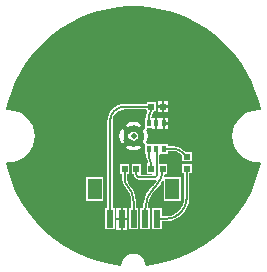
<source format=gtl>
G04*
G04 #@! TF.GenerationSoftware,Altium Limited,Altium Designer,20.2.3 (150)*
G04*
G04 Layer_Physical_Order=1*
G04 Layer_Color=204*
%FSLAX44Y44*%
%MOMM*%
G71*
G04*
G04 #@! TF.SameCoordinates,D726A9E5-FFE7-4BE0-B253-410C82E39F17*
G04*
G04*
G04 #@! TF.FilePolarity,Positive*
G04*
G01*
G75*
%ADD10C,0.2000*%
%ADD13R,0.5000X0.6000*%
%ADD14R,0.6000X0.5000*%
%ADD15R,1.2000X1.8000*%
%ADD16R,0.6000X1.5500*%
%ADD24C,0.1500*%
%ADD25R,0.4000X0.6000*%
%ADD26R,0.1000X0.1000*%
%ADD27C,0.5000*%
%ADD28C,0.6000*%
G36*
X-0Y110000D02*
X0Y110000D01*
X4322D01*
X12939Y109322D01*
X21477Y107970D01*
X29881Y105952D01*
X38102Y103281D01*
X46088Y99973D01*
X53790Y96049D01*
X61160Y91532D01*
X68153Y86452D01*
X74726Y80838D01*
X80838Y74726D01*
X86452Y68153D01*
X91532Y61160D01*
X96049Y53790D01*
X99973Y46088D01*
X103281Y38102D01*
X105952Y29881D01*
X107643Y22837D01*
X106809Y21879D01*
X105524Y22006D01*
X101231Y21583D01*
X97102Y20331D01*
X93298Y18297D01*
X89963Y15560D01*
X87227Y12226D01*
X85193Y8421D01*
X83941Y4293D01*
X83518Y0D01*
X83941Y-4293D01*
X85193Y-8421D01*
X87227Y-12226D01*
X89963Y-15560D01*
X93298Y-18297D01*
X97102Y-20331D01*
X101231Y-21583D01*
X105524Y-22006D01*
X106768Y-21883D01*
X107622Y-22823D01*
X106969Y-26182D01*
X103966Y-36317D01*
X100006Y-46117D01*
X95124Y-55492D01*
X89365Y-64356D01*
X82784Y-72628D01*
X75440Y-80230D01*
X67400Y-87093D01*
X58740Y-93153D01*
X49539Y-98356D01*
X39882Y-102652D01*
X29857Y-106003D01*
X19556Y-108377D01*
X10244Y-109599D01*
X9938Y-107272D01*
X8910Y-104791D01*
X7275Y-102660D01*
X5144Y-101025D01*
X2663Y-99997D01*
X0Y-99647D01*
X-2662Y-99997D01*
X-5144Y-101025D01*
X-7274Y-102660D01*
X-8909Y-104791D01*
X-9937Y-107272D01*
X-10244Y-109599D01*
X-19556Y-108377D01*
X-29856Y-106003D01*
X-39881Y-102652D01*
X-49539Y-98356D01*
X-58740Y-93153D01*
X-67400Y-87093D01*
X-75440Y-80230D01*
X-82784Y-72628D01*
X-89365Y-64357D01*
X-95124Y-55493D01*
X-100006Y-46117D01*
X-103966Y-36317D01*
X-106969Y-26182D01*
X-107622Y-22823D01*
X-106768Y-21883D01*
X-105524Y-22006D01*
X-101231Y-21583D01*
X-97103Y-20331D01*
X-93298Y-18297D01*
X-89963Y-15560D01*
X-87227Y-12226D01*
X-85193Y-8421D01*
X-83941Y-4293D01*
X-83518Y0D01*
X-83941Y4293D01*
X-85193Y8421D01*
X-87227Y12226D01*
X-89963Y15560D01*
X-93298Y18297D01*
X-97103Y20331D01*
X-101231Y21583D01*
X-105524Y22006D01*
X-106809Y21879D01*
X-107643Y22837D01*
X-105952Y29881D01*
X-103281Y38102D01*
X-99973Y46088D01*
X-96049Y53790D01*
X-91532Y61160D01*
X-86452Y68153D01*
X-80838Y74726D01*
X-74726Y80838D01*
X-68153Y86452D01*
X-61160Y91532D01*
X-53790Y96049D01*
X-46088Y99973D01*
X-38102Y103281D01*
X-29881Y105952D01*
X-21477Y107970D01*
X-12939Y109322D01*
X-4322Y110000D01*
X-0D01*
X-0Y110000D01*
D02*
G37*
%LPC*%
G36*
X18700Y29200D02*
X11300D01*
Y27243D01*
X-7197D01*
Y27273D01*
X-10138Y26983D01*
X-12966Y26125D01*
X-15572Y24732D01*
X-17850Y22863D01*
X-17857Y22857D01*
X-19732Y20572D01*
X-21125Y17966D01*
X-21983Y15138D01*
X-22273Y12197D01*
X-22243D01*
Y-61050D01*
X-24200D01*
Y-78950D01*
X-15800D01*
Y-61050D01*
X-17757D01*
Y12197D01*
X-17761Y12216D01*
X-17403Y14932D01*
X-16348Y17480D01*
X-14681Y19653D01*
X-14664Y19664D01*
X-14662Y19667D01*
X-14658Y19670D01*
X-14649Y19684D01*
X-12480Y21348D01*
X-9932Y22403D01*
X-7216Y22761D01*
X-7197Y22757D01*
X10402D01*
X11300Y21859D01*
X11300Y20800D01*
X11546Y19530D01*
X10876Y18526D01*
X10440Y16336D01*
X10507D01*
Y14950D01*
X9550D01*
Y7126D01*
X9533Y6531D01*
X8721Y5623D01*
X8445Y5509D01*
X8001Y4437D01*
X8246Y3845D01*
X8140Y3796D01*
X8742Y2342D01*
X9050Y0D01*
X8742Y-2342D01*
X8140Y-3796D01*
X8246Y-3845D01*
X8001Y-4437D01*
X8445Y-5509D01*
X8721Y-5623D01*
X9533Y-6531D01*
X9550Y-7126D01*
Y-14950D01*
X10762D01*
Y-17586D01*
X10695D01*
X11111Y-19679D01*
X12297Y-21453D01*
X12297Y-21453D01*
X12677Y-22151D01*
X12627Y-22345D01*
X11743Y-23300D01*
X11300D01*
Y-31700D01*
X15743D01*
X16254Y-32970D01*
X16211Y-33012D01*
X6289D01*
X6232Y-32957D01*
X6200Y-31700D01*
X6200Y-31700D01*
Y-23300D01*
X-1200D01*
Y-31700D01*
X-476D01*
X463Y-32500D01*
X808Y-34236D01*
X1792Y-35708D01*
X3264Y-36692D01*
X5000Y-37037D01*
Y-36988D01*
X17500D01*
Y-37037D01*
X18269Y-36884D01*
X19593Y-37803D01*
X19676Y-38272D01*
X17417Y-41025D01*
X17407Y-41031D01*
X16094Y-42344D01*
X16061Y-42311D01*
X13244Y-45609D01*
X10978Y-49307D01*
X9318Y-53315D01*
X8305Y-57532D01*
X8028Y-61050D01*
X5800D01*
Y-78950D01*
X14200D01*
Y-61050D01*
X12988D01*
X12135Y-60109D01*
X12418Y-57244D01*
X13763Y-52809D01*
X15948Y-48721D01*
X18835Y-45203D01*
X18906Y-45156D01*
X20219Y-43843D01*
X20271Y-43895D01*
X23154Y-40381D01*
X24530Y-37807D01*
X25800Y-38125D01*
Y-54950D01*
X40200D01*
Y-34550D01*
X26916D01*
X26159Y-33530D01*
X26616Y-32023D01*
X26648Y-31700D01*
X28700D01*
Y-23300D01*
X21988D01*
Y-15987D01*
X22550Y-14950D01*
X23720Y-14950D01*
X28950D01*
Y-12738D01*
X33477D01*
Y-12745D01*
X35943Y-13070D01*
X38241Y-14022D01*
X40209Y-15532D01*
X40214Y-15536D01*
X40800Y-16563D01*
Y-21200D01*
X49200D01*
Y-13800D01*
X44112D01*
X43031Y-12719D01*
X43086Y-12664D01*
X42098Y-11906D01*
X40272Y-10504D01*
X36994Y-9147D01*
X33477Y-8684D01*
Y-8762D01*
X28950D01*
Y-6550D01*
X22550Y-6550D01*
X21280Y-6550D01*
X16050D01*
Y-6550D01*
X15950D01*
Y-6550D01*
X11206D01*
X11206Y-6550D01*
X11070Y-6219D01*
X10795Y-5034D01*
Y-5034D01*
X10795Y-5034D01*
X11594Y-3106D01*
X12003Y0D01*
X11594Y3106D01*
X10795Y5034D01*
X10795Y5034D01*
Y5034D01*
X11070Y6219D01*
X11206Y6550D01*
X11206Y6550D01*
X15750D01*
Y6250D01*
X18250D01*
Y10750D01*
Y15250D01*
X15819D01*
X15081Y16243D01*
X15395Y17105D01*
X15395Y17105D01*
X16825Y19244D01*
X17134Y20800D01*
X18700D01*
Y29200D01*
D02*
G37*
G36*
X29000Y29500D02*
X26000D01*
Y26000D01*
X29000D01*
Y29500D01*
D02*
G37*
G36*
X24000D02*
X21000D01*
Y26000D01*
X24000D01*
Y29500D01*
D02*
G37*
G36*
X29000Y24000D02*
X26000D01*
Y20500D01*
X29000D01*
Y24000D01*
D02*
G37*
G36*
X24000D02*
X21000D01*
Y20500D01*
X24000D01*
Y24000D01*
D02*
G37*
G36*
X26750Y15250D02*
Y11750D01*
X29250D01*
Y15250D01*
X26750D01*
D02*
G37*
G36*
X0Y12003D02*
X-3106Y11594D01*
X-5034Y10795D01*
X-5034Y10795D01*
X-5509Y10588D01*
X-5953Y9516D01*
X-5509Y8445D01*
X-4437Y8001D01*
X-3845Y8246D01*
X-3796Y8140D01*
X-2342Y8742D01*
X0Y9050D01*
X2342Y8742D01*
X3796Y8140D01*
X3845Y8246D01*
X4437Y8001D01*
X5509Y8445D01*
X5953Y9516D01*
X5509Y10588D01*
X5034Y10795D01*
X5034Y10795D01*
X3106Y11594D01*
X0Y12003D01*
D02*
G37*
G36*
X29250Y9750D02*
X26750D01*
Y6250D01*
X29250D01*
Y9750D01*
D02*
G37*
G36*
X20250Y15250D02*
Y10750D01*
Y6250D01*
X24750D01*
Y10750D01*
Y15250D01*
X20250D01*
D02*
G37*
G36*
X0Y3772D02*
X-1444Y3485D01*
X-2668Y2668D01*
X-2722Y2585D01*
X-3750Y2000D01*
X-4750D01*
Y0D01*
Y-2000D01*
X-3750D01*
X-2722Y-2585D01*
X-2668Y-2668D01*
X-1444Y-3485D01*
X0Y-3772D01*
X1444Y-3485D01*
X2668Y-2668D01*
X3485Y-1444D01*
X3772Y0D01*
X3485Y1444D01*
X2668Y2668D01*
X1444Y3485D01*
X0Y3772D01*
D02*
G37*
G36*
X-9516Y5953D02*
X-10588Y5509D01*
X-10795Y5034D01*
X-10795Y5034D01*
X-11594Y3106D01*
X-12003Y0D01*
X-11594Y-3106D01*
X-10795Y-5034D01*
X-10795Y-5034D01*
X-10588Y-5509D01*
X-9516Y-5953D01*
X-8445Y-5509D01*
X-8001Y-4437D01*
X-8246Y-3845D01*
X-8140Y-3796D01*
X-8484Y-2966D01*
X-7894Y-2381D01*
X-7971Y-2122D01*
X-8071Y-1705D01*
X-8149Y-1283D01*
X-8205Y-857D01*
X-8239Y-429D01*
X-8250Y0D01*
Y100D01*
X-8239Y524D01*
X-8206Y947D01*
X-8150Y1367D01*
X-8073Y1784D01*
X-7974Y2196D01*
X-7914Y2401D01*
X-8484Y2966D01*
X-8140Y3796D01*
X-8246Y3845D01*
X-8001Y4437D01*
X-8445Y5509D01*
X-9516Y5953D01*
D02*
G37*
G36*
X4437Y-8001D02*
X3845Y-8246D01*
X3796Y-8140D01*
X2342Y-8742D01*
X0Y-9050D01*
X-2342Y-8742D01*
X-3796Y-8140D01*
X-3845Y-8246D01*
X-4437Y-8001D01*
X-5509Y-8445D01*
X-5953Y-9516D01*
X-5509Y-10588D01*
X-5034Y-10795D01*
X-5034Y-10795D01*
X-3106Y-11594D01*
X0Y-12003D01*
X3106Y-11594D01*
X5034Y-10795D01*
X5034Y-10795D01*
X5509Y-10588D01*
X5953Y-9516D01*
X5509Y-8445D01*
X4437Y-8001D01*
D02*
G37*
G36*
X-25800Y-34550D02*
X-40200D01*
Y-54950D01*
X-25800D01*
Y-34550D01*
D02*
G37*
G36*
X49200Y-23800D02*
X40800D01*
Y-31200D01*
X43012D01*
Y-52929D01*
X42996D01*
X42706Y-55868D01*
X41849Y-58695D01*
X40456Y-61300D01*
X38583Y-63583D01*
X36300Y-65456D01*
X33695Y-66849D01*
X30868Y-67706D01*
X27929Y-67996D01*
Y-68012D01*
X24200D01*
Y-61050D01*
X15800D01*
Y-78950D01*
X24200D01*
Y-71988D01*
X27929D01*
Y-72042D01*
X31658Y-71675D01*
X35243Y-70587D01*
X38548Y-68821D01*
X41434Y-66452D01*
X41444Y-66444D01*
X43821Y-63548D01*
X45587Y-60243D01*
X46675Y-56658D01*
X47042Y-52929D01*
X46988D01*
Y-31200D01*
X49200D01*
Y-23800D01*
D02*
G37*
G36*
X-5500Y-60750D02*
X-9000D01*
Y-69000D01*
X-5500D01*
Y-60750D01*
D02*
G37*
G36*
X-11000D02*
X-14500D01*
Y-69000D01*
X-11000D01*
Y-60750D01*
D02*
G37*
G36*
X-3800Y-23300D02*
X-11200D01*
Y-31700D01*
X-9488D01*
Y-36465D01*
X-9540D01*
X-9180Y-39202D01*
X-8123Y-41752D01*
X-6443Y-43943D01*
X-6443D01*
X-6395Y-43945D01*
X-4544Y-46200D01*
X-3151Y-48805D01*
X-2294Y-51632D01*
X-2004Y-54571D01*
X-1988D01*
Y-61050D01*
X-4200D01*
Y-78950D01*
X4200D01*
Y-61050D01*
X1988D01*
Y-54571D01*
X2042D01*
X1675Y-50842D01*
X587Y-47257D01*
X-1179Y-43952D01*
X-3556Y-41056D01*
X-3556Y-41056D01*
X-4305Y-40096D01*
X-5048Y-38984D01*
X-5531Y-36559D01*
X-5512Y-36465D01*
Y-31700D01*
X-3800D01*
Y-23300D01*
D02*
G37*
G36*
X-5500Y-71000D02*
X-9000D01*
Y-79250D01*
X-5500D01*
Y-71000D01*
D02*
G37*
G36*
X-11000D02*
X-14500D01*
Y-79250D01*
X-11000D01*
Y-71000D01*
D02*
G37*
%LPD*%
D10*
X13750Y18750D02*
G03*
X12750Y16336I2414J-2414D01*
G01*
X13750Y18750D02*
G03*
X15000Y21768I-3018J3018D01*
G01*
X-16250Y21250D02*
G03*
X-20000Y12197I9053J-9053D01*
G01*
X-16244Y21256D02*
G03*
X-16250Y21250I9047J-9059D01*
G01*
X-7197Y25000D02*
G03*
X-16244Y21256I0J-12803D01*
G01*
X12750Y10750D02*
Y16336D01*
X-7197Y25000D02*
X15000D01*
X13750Y18750D02*
X13750Y18750D01*
X15000Y21768D02*
Y25000D01*
X-20000Y-70000D02*
Y12197D01*
D13*
X25000Y25000D02*
D03*
X15000D02*
D03*
Y-27500D02*
D03*
X25000D02*
D03*
X2500D02*
D03*
X-7500D02*
D03*
D14*
X45000Y-17500D02*
D03*
Y-27500D02*
D03*
D15*
X33000Y-44750D02*
D03*
X-33000D02*
D03*
D16*
X20000Y-70000D02*
D03*
X-20000D02*
D03*
X10000D02*
D03*
X0D02*
D03*
X-10000D02*
D03*
D24*
X17500Y-43750D02*
G03*
X10000Y-61857I18107J-18107D01*
G01*
X18813Y-42437D02*
G03*
X25000Y-27500I-14937J14937D01*
G01*
X12750Y-17586D02*
G03*
X13750Y-20000I3414J0D01*
G01*
X15000Y-23018D02*
G03*
X13750Y-20000I-4268J0D01*
G01*
X0Y-54571D02*
G03*
X-5000Y-42500I-17071J0D01*
G01*
X-7500Y-36465D02*
G03*
X-5000Y-42500I8536J0D01*
G01*
X20000Y-11500D02*
G03*
X19250Y-10750I-750J0D01*
G01*
X17500Y-35000D02*
G03*
X20000Y-32500I0J2500D01*
G01*
X2500D02*
G03*
X5000Y-35000I2500J0D01*
G01*
X41620Y-14120D02*
G03*
X33477Y-10750I-8143J-8153D01*
G01*
X41625Y-14125D02*
G03*
X41620Y-14120I-8148J-8148D01*
G01*
X27929Y-70000D02*
G03*
X39992Y-65008I0J17071D01*
G01*
X40000Y-65000D02*
G03*
X45000Y-52929I-12071J12071D01*
G01*
X39992Y-65008D02*
G03*
X40000Y-65000I-12063J12079D01*
G01*
X17500Y-43750D02*
X18813Y-42437D01*
X10000Y-70000D02*
Y-61857D01*
X12750Y-17586D02*
Y-10750D01*
X15000Y-27500D02*
Y-23018D01*
X0Y-70000D02*
Y-54571D01*
X-7500Y-36465D02*
Y-27500D01*
X20000Y-32500D02*
Y-11500D01*
X5000Y-35000D02*
X17500D01*
X2500Y-32500D02*
Y-27500D01*
X41625Y-14125D02*
X45000Y-17500D01*
X25750Y-10750D02*
X33477D01*
X45000Y-52929D02*
Y-27500D01*
X20000Y-70000D02*
X27929D01*
D25*
X25750Y10750D02*
D03*
X19250D02*
D03*
X12750D02*
D03*
X25750Y-10750D02*
D03*
X19250D02*
D03*
X12750D02*
D03*
D26*
X-5750Y0D02*
D03*
D27*
X0D02*
D03*
D28*
X35000Y-20000D02*
D03*
X20000Y-55000D02*
D03*
X-10000D02*
D03*
X5000Y-45000D02*
D03*
X20000Y0D02*
D03*
X30000Y35000D02*
D03*
X0D02*
D03*
X30000Y60000D02*
D03*
X0D02*
D03*
X-30000D02*
D03*
X-60000Y-30000D02*
D03*
Y-60000D02*
D03*
X-30000Y-90000D02*
D03*
X0D02*
D03*
X30000D02*
D03*
X60000Y-60000D02*
D03*
Y-30000D02*
D03*
Y0D02*
D03*
Y30000D02*
D03*
X-30000D02*
D03*
X-60000D02*
D03*
Y0D02*
D03*
X-30000D02*
D03*
M02*

</source>
